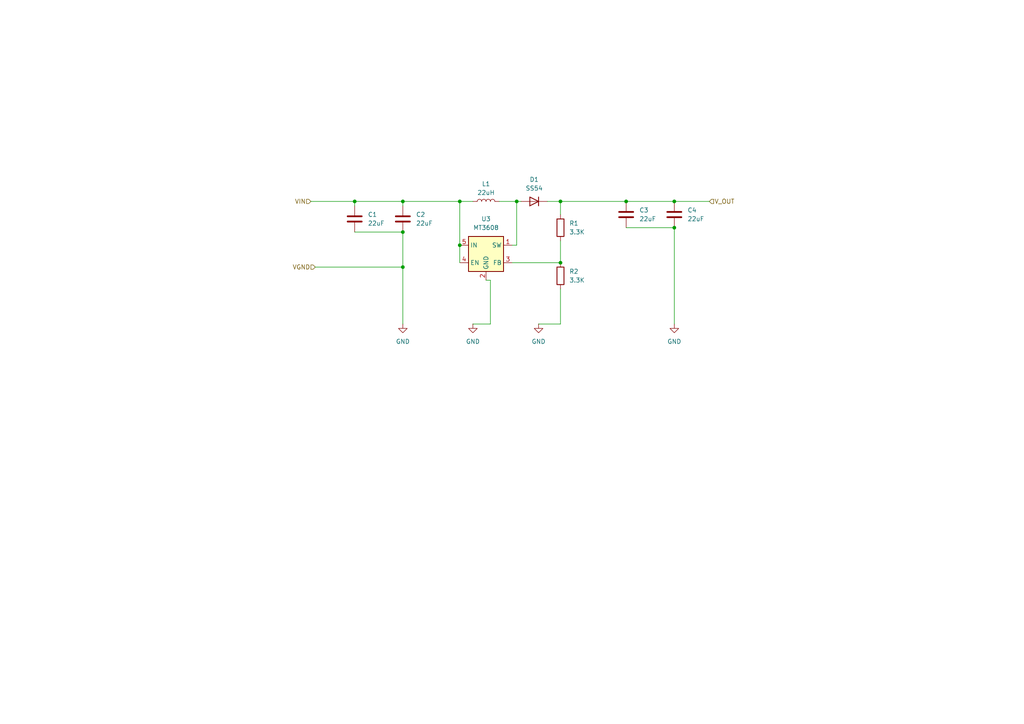
<source format=kicad_sch>
(kicad_sch (version 20250114) (generator "eeschema") (generator_version "9.0")
  (paper "A4")
  (lib_symbols
    (symbol "Device:C" (pin_numbers (hide yes)) (pin_names (offset 0.254))
      (property "Reference" "C" (at 0.635 2.54 0))
      (property "Value" "C" (at 0.635 -2.54 0))
      (symbol "C_0_1"
        (polyline (pts (xy -2.032 0.762) (xy 2.032 0.762)) (stroke (width 0.508)))
        (polyline (pts (xy -2.032 -0.762) (xy 2.032 -0.762)) (stroke (width 0.508)))
      )
      (symbol "C_1_1"
        (pin passive line (at 0 3.81 270) (length 2.794) (name "~") (number "1"))
        (pin passive line (at 0 -3.81 90) (length 2.794) (name "~") (number "2"))
      )
    )
    (symbol "Device:D" (pin_numbers (hide yes)) (pin_names (offset 1.016) (hide yes))
      (property "Reference" "D" (at 0 2.54 0))
      (property "Value" "D" (at 0 -2.54 0))
      (symbol "D_0_1"
        (polyline (pts (xy -1.27 1.27) (xy -1.27 -1.27)) (stroke (width 0.254)))
        (polyline (pts (xy 1.27 1.27) (xy 1.27 -1.27) (xy -1.27 0) (xy 1.27 1.27)) (stroke (width 0.254)))
        (polyline (pts (xy 1.27 0) (xy -1.27 0)))
      )
      (symbol "D_1_1"
        (pin passive line (at -3.81 0 0) (length 2.54) (name "K") (number "1"))
        (pin passive line (at 3.81 0 180) (length 2.54) (name "A") (number "2"))
      )
    )
    (symbol "Device:L" (pin_numbers (hide yes)) (pin_names (offset 1.016) (hide yes))
      (property "Reference" "L" (at -1.27 0 90))
      (property "Value" "L" (at 1.905 0 90))
      (symbol "L_0_1"
        (arc (start 0 2.54) (mid 0.6323 1.905) (end 0 1.27))
        (arc (start 0 1.27) (mid 0.6323 0.635) (end 0 0))
        (arc (start 0 0) (mid 0.6323 -0.635) (end 0 -1.27))
        (arc (start 0 -1.27) (mid 0.6323 -1.905) (end 0 -2.54))
      )
      (symbol "L_1_1"
        (pin passive line (at 0 3.81 270) (length 1.27) (name "1") (number "1"))
        (pin passive line (at 0 -3.81 90) (length 1.27) (name "2") (number "2"))
      )
    )
    (symbol "Device:R" (pin_numbers (hide yes)) (pin_names (offset 0))
      (property "Reference" "R" (at 2.032 0 90))
      (property "Value" "R" (at 0 0 90))
      (symbol "R_0_1"
        (rectangle (start -1.016 -2.54) (end 1.016 2.54) (stroke (width 0.254)))
      )
      (symbol "R_1_1"
        (pin passive line (at 0 3.81 270) (length 1.27) (name "~") (number "1"))
        (pin passive line (at 0 -3.81 90) (length 1.27) (name "~") (number "2"))
      )
    )
    (symbol "Regulator_Switching:MT3608"
      (property "Reference" "U" (at -2.54 8.89 0))
      (property "Value" "MT3608" (at -3.81 6.35 0))
      (symbol "MT3608_0_1"
        (rectangle (start -5.08 5.08) (end 5.08 -5.08) (stroke (width 0.254)) (fill (type background)))
      )
      (symbol "MT3608_1_1"
        (pin power_in line (at -7.62 2.54 0) (length 2.54) (name "IN") (number "5"))
        (pin input line (at -7.62 -2.54 0) (length 2.54) (name "EN") (number "4"))
        (pin power_in line (at 0 -7.62 90) (length 2.54) (name "GND") (number "2"))
        (pin no_connect line (at 5.08 0 180) (length 2.54) (hide yes) (name "NC") (number "6"))
        (pin passive line (at 7.62 2.54 180) (length 2.54) (name "SW") (number "1"))
        (pin input line (at 7.62 -2.54 180) (length 2.54) (name "FB") (number "3"))
      )
    )
    (symbol "power:GND" (power) (pin_numbers (hide yes)) (pin_names (offset 0) (hide yes))
      (property "Value" "GND" (at 0 -3.81 0))
      (symbol "GND_0_1"
        (polyline (pts (xy 0 0) (xy 0 -1.27) (xy 1.27 -1.27) (xy 0 -2.54) (xy -1.27 -1.27) (xy 0 -1.27)))
      )
      (symbol "GND_1_1"
        (pin power_in line (at 0 0 270) (length 0) (name "~") (number "1"))
      )
    )
  )
  (junction (at 116.84 67.31))
  (junction (at 133.35 58.42))
  (junction (at 162.56 76.2))
  (junction (at 133.35 71.12))
  (junction (at 195.58 58.42))
  (junction (at 195.58 66.04))
  (junction (at 116.84 58.42))
  (junction (at 116.84 77.47))
  (junction (at 162.56 58.42))
  (junction (at 102.87 58.42))
  (junction (at 181.61 58.42))
  (junction (at 149.86 58.42))
  (wire (pts (xy 195.58 58.42) (xy 205.74 58.42)))
  (wire (pts (xy 102.87 58.42) (xy 102.87 59.69)))
  (wire (pts (xy 181.61 58.42) (xy 195.58 58.42)))
  (wire (pts (xy 158.75 58.42) (xy 162.56 58.42)))
  (wire (pts (xy 195.58 66.04) (xy 195.58 93.98)))
  (wire (pts (xy 133.35 58.42) (xy 133.35 71.12)))
  (wire (pts (xy 116.84 77.47) (xy 116.84 93.98)))
  (wire (pts (xy 162.56 58.42) (xy 162.56 62.23)))
  (wire (pts (xy 162.56 76.2) (xy 162.56 69.85)))
  (wire (pts (xy 102.87 67.31) (xy 116.84 67.31)))
  (wire (pts (xy 142.24 93.98) (xy 137.16 93.98)))
  (wire (pts (xy 162.56 58.42) (xy 181.61 58.42)))
  (wire (pts (xy 90.17 58.42) (xy 102.87 58.42)))
  (wire (pts (xy 116.84 58.42) (xy 116.84 59.69)))
  (wire (pts (xy 144.78 58.42) (xy 149.86 58.42)))
  (wire (pts (xy 142.24 81.28) (xy 140.97 81.28)))
  (wire (pts (xy 91.44 77.47) (xy 116.84 77.47)))
  (wire (pts (xy 102.87 58.42) (xy 116.84 58.42)))
  (wire (pts (xy 116.84 58.42) (xy 133.35 58.42)))
  (wire (pts (xy 116.84 67.31) (xy 116.84 77.47)))
  (wire (pts (xy 148.59 71.12) (xy 149.86 71.12)))
  (wire (pts (xy 133.35 71.12) (xy 133.35 76.2)))
  (wire (pts (xy 162.56 93.98) (xy 156.21 93.98)))
  (wire (pts (xy 142.24 81.28) (xy 142.24 93.98)))
  (wire (pts (xy 162.56 83.82) (xy 162.56 93.98)))
  (wire (pts (xy 148.59 76.2) (xy 162.56 76.2)))
  (wire (pts (xy 181.61 66.04) (xy 195.58 66.04)))
  (wire (pts (xy 133.35 58.42) (xy 137.16 58.42)))
  (wire (pts (xy 149.86 71.12) (xy 149.86 58.42)))
  (wire (pts (xy 149.86 58.42) (xy 151.13 58.42)))
  (hierarchical_label "VIN" (shape input) (at 90.17 58.42 180))
  (hierarchical_label "VGND" (shape input) (at 91.44 77.47 180))
  (hierarchical_label "V_OUT" (shape input) (at 205.74 58.42 0))
  (symbol (lib_id "Regulator_Switching:MT3608") (at 140.97 73.66 0) (unit 1)
    (property "Reference" "U3" (at 140.97 63.5 0))
    (property "Value" "MT3608" (at 140.97 66.04 0))
    (property "Footprint" "Package_TO_SOT_SMD:SOT-23-6" (effects (hide yes)))
    (property "Datasheet" "https://www.olimex.com/Products/Breadboarding/BB-PWR-3608/resources/MT3608.pdf" (effects (hide yes)))
    (property "Description" "High Efficiency 1.2MHz 2A Step Up Converter, 2-24V Vin, 28V Vout, 4A current limit, 1.2MHz, SOT23-6" (effects (hide yes)))
  )
  (symbol (lib_id "power:GND") (at 195.58 93.98 0) (unit 1)
    (property "Reference" "#PWR04" (effects (hide yes)))
    (property "Value" "GND" (at 195.58 99.06 0))
    (property "Description" "Power symbol creates a global label with name \"GND\" , ground" (effects (hide yes)))
  )
  (symbol (lib_id "Device:R") (at 162.56 66.04 0) (unit 1)
    (property "Reference" "R1" (at 165.1 64.7699 0) (effects (justify left)))
    (property "Value" "3.3K" (at 165.1 67.3099 0) (effects (justify left)))
    (property "Description" "Resistor" (effects (hide yes)))
  )
  (symbol (lib_id "power:GND") (at 156.21 93.98 0) (unit 1)
    (property "Reference" "#PWR03" (effects (hide yes)))
    (property "Value" "GND" (at 156.21 99.06 0))
    (property "Description" "Power symbol creates a global label with name \"GND\" , ground" (effects (hide yes)))
  )
  (symbol (lib_id "Device:C") (at 102.87 63.5 0) (unit 1)
    (property "Reference" "C1" (at 106.68 62.2299 0) (effects (justify left)))
    (property "Value" "22uF" (at 106.68 64.7699 0) (effects (justify left)))
    (property "Description" "Unpolarized capacitor" (effects (hide yes)))
  )
  (symbol (lib_id "power:GND") (at 116.84 93.98 0) (unit 1)
    (property "Reference" "#PWR01" (effects (hide yes)))
    (property "Value" "GND" (at 116.84 99.06 0))
    (property "Description" "Power symbol creates a global label with name \"GND\" , ground" (effects (hide yes)))
  )
  (symbol (lib_id "Device:D") (at 154.94 58.42 180) (unit 1)
    (property "Reference" "D1" (at 154.94 52.07 0))
    (property "Value" "SS54" (at 154.94 54.61 0))
    (property "Description" "Diode" (effects (hide yes)))
    (property "Sim.Device" "D" (effects (hide yes)))
    (property "Sim.Pins" "1=K 2=A" (effects (hide yes)))
  )
  (symbol (lib_id "Device:L") (at 140.97 58.42 90) (unit 1)
    (property "Reference" "L1" (at 140.97 53.34 90))
    (property "Value" "22uH" (at 140.97 55.88 90))
    (property "Description" "Inductor" (effects (hide yes)))
  )
  (symbol (lib_id "Device:R") (at 162.56 80.01 0) (unit 1)
    (property "Reference" "R2" (at 165.1 78.7399 0) (effects (justify left)))
    (property "Value" "3.3K" (at 165.1 81.2799 0) (effects (justify left)))
    (property "Description" "Resistor" (effects (hide yes)))
  )
  (symbol (lib_id "Device:C") (at 195.58 62.23 0) (unit 1)
    (property "Reference" "C4" (at 199.39 60.9599 0) (effects (justify left)))
    (property "Value" "22uF" (at 199.39 63.4999 0) (effects (justify left)))
    (property "Description" "Unpolarized capacitor" (effects (hide yes)))
  )
  (symbol (lib_id "power:GND") (at 137.16 93.98 0) (unit 1)
    (property "Reference" "#PWR02" (effects (hide yes)))
    (property "Value" "GND" (at 137.16 99.06 0))
    (property "Description" "Power symbol creates a global label with name \"GND\" , ground" (effects (hide yes)))
  )
  (symbol (lib_id "Device:C") (at 181.61 62.23 0) (unit 1)
    (property "Reference" "C3" (at 185.42 60.9599 0) (effects (justify left)))
    (property "Value" "22uF" (at 185.42 63.4999 0) (effects (justify left)))
    (property "Description" "Unpolarized capacitor" (effects (hide yes)))
  )
  (symbol (lib_id "Device:C") (at 116.84 63.5 0) (unit 1)
    (property "Reference" "C2" (at 120.65 62.2299 0) (effects (justify left)))
    (property "Value" "22uF" (at 120.65 64.7699 0) (effects (justify left)))
    (property "Description" "Unpolarized capacitor" (effects (hide yes)))
  )
)
</source>
